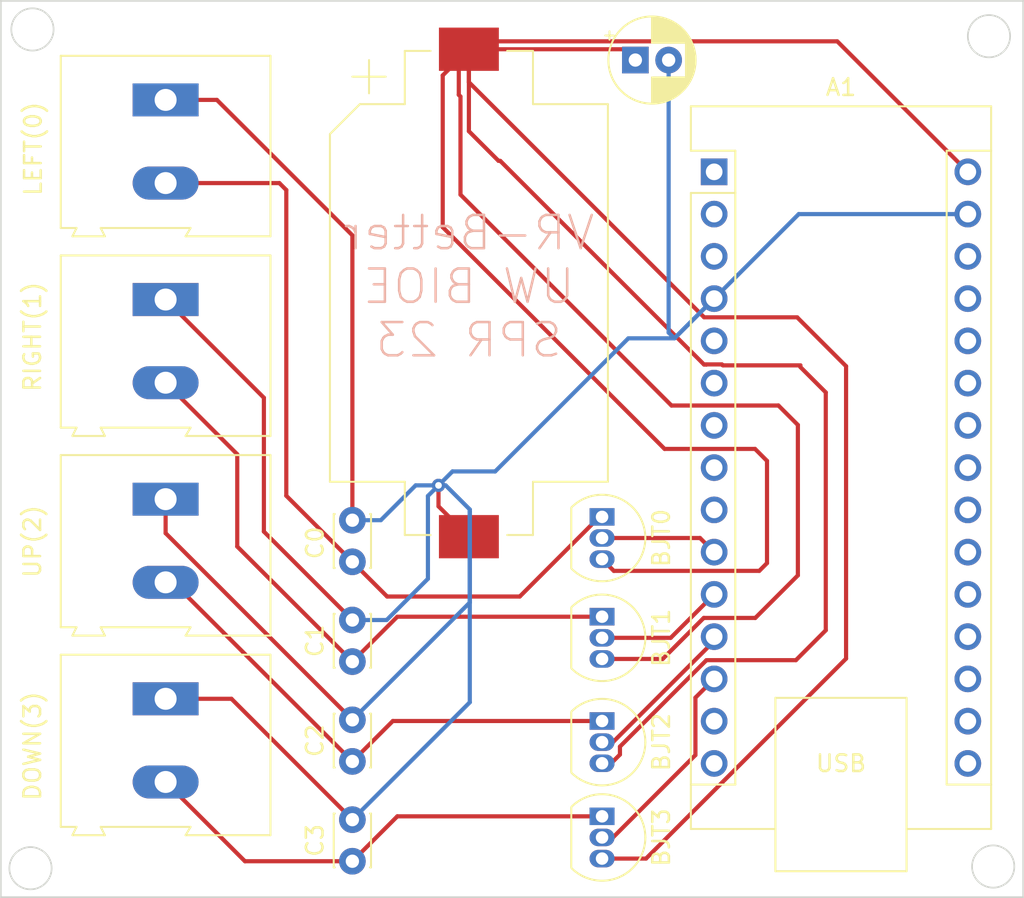
<source format=kicad_pcb>
(kicad_pcb (version 20221018) (generator pcbnew)
  (layers (0 "F.Cu" signal) (31 "B.Cu" signal) (34 "B.Paste" user) (35 "F.Paste" user) (36 "B.SilkS" user "B.Silkscreen") (37 "F.SilkS" user "F.Silkscreen") (38 "B.Mask" user) (39 "F.Mask" user) (44 "Edge.Cuts" user))
  (net 0 "")
  (net 4 "GND")
  (net 10 "Net-(A1-D7)")
  (net 11 "Net-(A1-D8)")
  (net 12 "Net-(A1-D9)")
  (net 13 "Net-(A1-D10)")
  (net 29 "Net-(A1-VIN)")
  (net 30 "Net-(BJT1-E)")
  (net 31 "Net-(BJT2-E)")
  (net 32 "Net-(BJT3-E)")
  (net 33 "Net-(BJT0-E)")
  (footprint "Package_TO_SOT_THT:TO-92_Inline" (layer "F.Cu") (at 87.22 129.3 -90)
    (fp_text reference "BJT0" (at 1.27 -3.56 90) (layer "F.SilkS"))
    (fp_text value "2N3904" hide)
    (fp_line (start -0.53 1.85) (end 3.07 1.85) (stroke (width 0.12)) (layer "F.SilkS"))
    (fp_arc (start -0.568478 1.838478) (mid -1.132087 -0.994977) (end 1.27 -2.6) (stroke (width 0.12)) (layer "F.SilkS"))
    (fp_arc (start 1.27 -2.6) (mid 3.672087 -0.994977) (end 3.108478 1.838478) (stroke (width 0.12)) (layer "F.SilkS"))
    (pad "1" thru_hole rect (at 0 0 270) (size 1.05 1.5) (drill 0.75) (layers "*.Cu" "*.Mask") (net 33 "Net-(BJT0-E)"))
    (pad "2" thru_hole oval (at 1.27 0 270) (size 1.05 1.5) (drill 0.75) (layers "*.Cu" "*.Mask") (net 10 "Net-(A1-D7)"))
    (pad "3" thru_hole oval (at 2.54 0 270) (size 1.05 1.5) (drill 0.75) (layers "*.Cu" "*.Mask") (net 29 "Net-(A1-VIN)"))
  )
  (footprint "Capacitor_THT:C_Disc_D3.0mm_W2.0mm_P2.50mm" (layer "F.Cu") (at 72.22 132 90)
    (fp_text reference "C0" (at 1.1392 -2.243 90) (layer "F.SilkS"))
    (fp_text value "0.1 uF" hide)
    (fp_line (start -0.37 -1.12) (end -0.37 -1.055) (stroke (width 0.12)) (layer "F.SilkS"))
    (fp_line (start -0.37 -1.12) (end 2.87 -1.12) (stroke (width 0.12)) (layer "F.SilkS"))
    (fp_line (start -0.37 1.055) (end -0.37 1.12) (stroke (width 0.12)) (layer "F.SilkS"))
    (fp_line (start -0.37 1.12) (end 2.87 1.12) (stroke (width 0.12)) (layer "F.SilkS"))
    (fp_line (start 2.87 -1.12) (end 2.87 -1.055) (stroke (width 0.12)) (layer "F.SilkS"))
    (fp_line (start 2.87 1.055) (end 2.87 1.12) (stroke (width 0.12)) (layer "F.SilkS"))
    (pad "1" thru_hole circle (at 0 0 90) (size 1.6 1.6) (drill 0.8) (layers "*.Cu" "*.Mask") (net 33 "Net-(BJT0-E)"))
    (pad "2" thru_hole circle (at 2.5 0 90) (size 1.6 1.6) (drill 0.8) (layers "*.Cu" "*.Mask") (net 4 "GND"))
  )
  (footprint "Capacitor_THT:CP_Radial_D5.0mm_P2.00mm" (layer "F.Cu") (at 89.22 101.84)
    (fp_text reference "C_Pow1" hide)
    (fp_text value "100 uF")
    (fp_line (start -1.804775 -1.475) (end -1.304775 -1.475) (stroke (width 0.12)) (layer "F.SilkS"))
    (fp_line (start -1.554775 -1.725) (end -1.554775 -1.225) (stroke (width 0.12)) (layer "F.SilkS"))
    (fp_line (start 1 -2.58) (end 1 -1.04) (stroke (width 0.12)) (layer "F.SilkS"))
    (fp_line (start 1 1.04) (end 1 2.58) (stroke (width 0.12)) (layer "F.SilkS"))
    (fp_line (start 1.04 -2.58) (end 1.04 -1.04) (stroke (width 0.12)) (layer "F.SilkS"))
    (fp_line (start 1.04 1.04) (end 1.04 2.58) (stroke (width 0.12)) (layer "F.SilkS"))
    (fp_line (start 1.08 -2.579) (end 1.08 -1.04) (stroke (width 0.12)) (layer "F.SilkS"))
    (fp_line (start 1.08 1.04) (end 1.08 2.579) (stroke (width 0.12)) (layer "F.SilkS"))
    (fp_line (start 1.12 -2.578) (end 1.12 -1.04) (stroke (width 0.12)) (layer "F.SilkS"))
    (fp_line (start 1.12 1.04) (end 1.12 2.578) (stroke (width 0.12)) (layer "F.SilkS"))
    (fp_line (start 1.16 -2.576) (end 1.16 -1.04) (stroke (width 0.12)) (layer "F.SilkS"))
    (fp_line (start 1.16 1.04) (end 1.16 2.576) (stroke (width 0.12)) (layer "F.SilkS"))
    (fp_line (start 1.2 -2.573) (end 1.2 -1.04) (stroke (width 0.12)) (layer "F.SilkS"))
    (fp_line (start 1.2 1.04) (end 1.2 2.573) (stroke (width 0.12)) (layer "F.SilkS"))
    (fp_line (start 1.24 -2.569) (end 1.24 -1.04) (stroke (width 0.12)) (layer "F.SilkS"))
    (fp_line (start 1.24 1.04) (end 1.24 2.569) (stroke (width 0.12)) (layer "F.SilkS"))
    (fp_line (start 1.28 -2.565) (end 1.28 -1.04) (stroke (width 0.12)) (layer "F.SilkS"))
    (fp_line (start 1.28 1.04) (end 1.28 2.565) (stroke (width 0.12)) (layer "F.SilkS"))
    (fp_line (start 1.32 -2.561) (end 1.32 -1.04) (stroke (width 0.12)) (layer "F.SilkS"))
    (fp_line (start 1.32 1.04) (end 1.32 2.561) (stroke (width 0.12)) (layer "F.SilkS"))
    (fp_line (start 1.36 -2.556) (end 1.36 -1.04) (stroke (width 0.12)) (layer "F.SilkS"))
    (fp_line (start 1.36 1.04) (end 1.36 2.556) (stroke (width 0.12)) (layer "F.SilkS"))
    (fp_line (start 1.4 -2.55) (end 1.4 -1.04) (stroke (width 0.12)) (layer "F.SilkS"))
    (fp_line (start 1.4 1.04) (end 1.4 2.55) (stroke (width 0.12)) (layer "F.SilkS"))
    (fp_line (start 1.44 -2.543) (end 1.44 -1.04) (stroke (width 0.12)) (layer "F.SilkS"))
    (fp_line (start 1.44 1.04) (end 1.44 2.543) (stroke (width 0.12)) (layer "F.SilkS"))
    (fp_line (start 1.48 -2.536) (end 1.48 -1.04) (stroke (width 0.12)) (layer "F.SilkS"))
    (fp_line (start 1.48 1.04) (end 1.48 2.536) (stroke (width 0.12)) (layer "F.SilkS"))
    (fp_line (start 1.52 -2.528) (end 1.52 -1.04) (stroke (width 0.12)) (layer "F.SilkS"))
    (fp_line (start 1.52 1.04) (end 1.52 2.528) (stroke (width 0.12)) (layer "F.SilkS"))
    (fp_line (start 1.56 -2.52) (end 1.56 -1.04) (stroke (width 0.12)) (layer "F.SilkS"))
    (fp_line (start 1.56 1.04) (end 1.56 2.52) (stroke (width 0.12)) (layer "F.SilkS"))
    (fp_line (start 1.6 -2.511) (end 1.6 -1.04) (stroke (width 0.12)) (layer "F.SilkS"))
    (fp_line (start 1.6 1.04) (end 1.6 2.511) (stroke (width 0.12)) (layer "F.SilkS"))
    (fp_line (start 1.64 -2.501) (end 1.64 -1.04) (stroke (width 0.12)) (layer "F.SilkS"))
    (fp_line (start 1.64 1.04) (end 1.64 2.501) (stroke (width 0.12)) (layer "F.SilkS"))
    (fp_line (start 1.68 -2.491) (end 1.68 -1.04) (stroke (width 0.12)) (layer "F.SilkS"))
    (fp_line (start 1.68 1.04) (end 1.68 2.491) (stroke (width 0.12)) (layer "F.SilkS"))
    (fp_line (start 1.721 -2.48) (end 1.721 -1.04) (stroke (width 0.12)) (layer "F.SilkS"))
    (fp_line (start 1.721 1.04) (end 1.721 2.48) (stroke (width 0.12)) (layer "F.SilkS"))
    (fp_line (start 1.761 -2.468) (end 1.761 -1.04) (stroke (width 0.12)) (layer "F.SilkS"))
    (fp_line (start 1.761 1.04) (end 1.761 2.468) (stroke (width 0.12)) (layer "F.SilkS"))
    (fp_line (start 1.801 -2.455) (end 1.801 -1.04) (stroke (width 0.12)) (layer "F.SilkS"))
    (fp_line (start 1.801 1.04) (end 1.801 2.455) (stroke (width 0.12)) (layer "F.SilkS"))
    (fp_line (start 1.841 -2.442) (end 1.841 -1.04) (stroke (width 0.12)) (layer "F.SilkS"))
    (fp_line (start 1.841 1.04) (end 1.841 2.442) (stroke (width 0.12)) (layer "F.SilkS"))
    (fp_line (start 1.881 -2.428) (end 1.881 -1.04) (stroke (width 0.12)) (layer "F.SilkS"))
    (fp_line (start 1.881 1.04) (end 1.881 2.428) (stroke (width 0.12)) (layer "F.SilkS"))
    (fp_line (start 1.921 -2.414) (end 1.921 -1.04) (stroke (width 0.12)) (layer "F.SilkS"))
    (fp_line (start 1.921 1.04) (end 1.921 2.414) (stroke (width 0.12)) (layer "F.SilkS"))
    (fp_line (start 1.961 -2.398) (end 1.961 -1.04) (stroke (width 0.12)) (layer "F.SilkS"))
    (fp_line (start 1.961 1.04) (end 1.961 2.398) (stroke (width 0.12)) (layer "F.SilkS"))
    (fp_line (start 2.001 -2.382) (end 2.001 -1.04) (stroke (width 0.12)) (layer "F.SilkS"))
    (fp_line (start 2.001 1.04) (end 2.001 2.382) (stroke (width 0.12)) (layer "F.SilkS"))
    (fp_line (start 2.041 -2.365) (end 2.041 -1.04) (stroke (width 0.12)) (layer "F.SilkS"))
    (fp_line (start 2.041 1.04) (end 2.041 2.365) (stroke (width 0.12)) (layer "F.SilkS"))
    (fp_line (start 2.081 -2.348) (end 2.081 -1.04) (stroke (width 0.12)) (layer "F.SilkS"))
    (fp_line (start 2.081 1.04) (end 2.081 2.348) (stroke (width 0.12)) (layer "F.SilkS"))
    (fp_line (start 2.121 -2.329) (end 2.121 -1.04) (stroke (width 0.12)) (layer "F.SilkS"))
    (fp_line (start 2.121 1.04) (end 2.121 2.329) (stroke (width 0.12)) (layer "F.SilkS"))
    (fp_line (start 2.161 -2.31) (end 2.161 -1.04) (stroke (width 0.12)) (layer "F.SilkS"))
    (fp_line (start 2.161 1.04) (end 2.161 2.31) (stroke (width 0.12)) (layer "F.SilkS"))
    (fp_line (start 2.201 -2.29) (end 2.201 -1.04) (stroke (width 0.12)) (layer "F.SilkS"))
    (fp_line (start 2.201 1.04) (end 2.201 2.29) (stroke (width 0.12)) (layer "F.SilkS"))
    (fp_line (start 2.241 -2.268) (end 2.241 -1.04) (stroke (width 0.12)) (layer "F.SilkS"))
    (fp_line (start 2.241 1.04) (end 2.241 2.268) (stroke (width 0.12)) (layer "F.SilkS"))
    (fp_line (start 2.281 -2.247) (end 2.281 -1.04) (stroke (width 0.12)) (layer "F.SilkS"))
    (fp_line (start 2.281 1.04) (end 2.281 2.247) (stroke (width 0.12)) (layer "F.SilkS"))
    (fp_line (start 2.321 -2.224) (end 2.321 -1.04) (stroke (width 0.12)) (layer "F.SilkS"))
    (fp_line (start 2.321 1.04) (end 2.321 2.224) (stroke (width 0.12)) (layer "F.SilkS"))
    (fp_line (start 2.361 -2.2) (end 2.361 -1.04) (stroke (width 0.12)) (layer "F.SilkS"))
    (fp_line (start 2.361 1.04) (end 2.361 2.2) (stroke (width 0.12)) (layer "F.SilkS"))
    (fp_line (start 2.401 -2.175) (end 2.401 -1.04) (stroke (width 0.12)) (layer "F.SilkS"))
    (fp_line (start 2.401 1.04) (end 2.401 2.175) (stroke (width 0.12)) (layer "F.SilkS"))
    (fp_line (start 2.441 -2.149) (end 2.441 -1.04) (stroke (width 0.12)) (layer "F.SilkS"))
    (fp_line (start 2.441 1.04) (end 2.441 2.149) (stroke (width 0.12)) (layer "F.SilkS"))
    (fp_line (start 2.481 -2.122) (end 2.481 -1.04) (stroke (width 0.12)) (layer "F.SilkS"))
    (fp_line (start 2.481 1.04) (end 2.481 2.122) (stroke (width 0.12)) (layer "F.SilkS"))
    (fp_line (start 2.521 -2.095) (end 2.521 -1.04) (stroke (width 0.12)) (layer "F.SilkS"))
    (fp_line (start 2.521 1.04) (end 2.521 2.095) (stroke (width 0.12)) (layer "F.SilkS"))
    (fp_line (start 2.561 -2.065) (end 2.561 -1.04) (stroke (width 0.12)) (layer "F.SilkS"))
    (fp_line (start 2.561 1.04) (end 2.561 2.065) (stroke (width 0.12)) (layer "F.SilkS"))
    (fp_line (start 2.601 -2.035) (end 2.601 -1.04) (stroke (width 0.12)) (layer "F.SilkS"))
    (fp_line (start 2.601 1.04) (end 2.601 2.035) (stroke (width 0.12)) (layer "F.SilkS"))
    (fp_line (start 2.641 -2.004) (end 2.641 -1.04) (stroke (width 0.12)) (layer "F.SilkS"))
    (fp_line (start 2.641 1.04) (end 2.641 2.004) (stroke (width 0.12)) (layer "F.SilkS"))
    (fp_line (start 2.681 -1.971) (end 2.681 -1.04) (stroke (width 0.12)) (layer "F.SilkS"))
    (fp_line (start 2.681 1.04) (end 2.681 1.971) (stroke (width 0.12)) (layer "F.SilkS"))
    (fp_line (start 2.721 -1.937) (end 2.721 -1.04) (stroke (width 0.12)) (layer "F.SilkS"))
    (fp_line (start 2.721 1.04) (end 2.721 1.937) (stroke (width 0.12)) (layer "F.SilkS"))
    (fp_line (start 2.761 -1.901) (end 2.761 -1.04) (stroke (width 0.12)) (layer "F.SilkS"))
    (fp_line (start 2.761 1.04) (end 2.761 1.901) (stroke (width 0.12)) (layer "F.SilkS"))
    (fp_line (start 2.801 -1.864) (end 2.801 -1.04) (stroke (width 0.12)) (layer "F.SilkS"))
    (fp_line (start 2.801 1.04) (end 2.801 1.864) (stroke (width 0.12)) (layer "F.SilkS"))
    (fp_line (start 2.841 -1.826) (end 2.841 -1.04) (stroke (width 0.12)) (layer "F.SilkS"))
    (fp_line (start 2.841 1.04) (end 2.841 1.826) (stroke (width 0.12)) (layer "F.SilkS"))
    (fp_line (start 2.881 -1.785) (end 2.881 -1.04) (stroke (width 0.12)) (layer "F.SilkS"))
    (fp_line (start 2.881 1.04) (end 2.881 1.785) (stroke (width 0.12)) (layer "F.SilkS"))
    (fp_line (start 2.921 -1.743) (end 2.921 -1.04) (stroke (width 0.12)) (layer "F.SilkS"))
    (fp_line (start 2.921 1.04) (end 2.921 1.743) (stroke (width 0.12)) (layer "F.SilkS"))
    (fp_line (start 2.961 -1.699) (end 2.961 -1.04) (stroke (width 0.12)) (layer "F.SilkS"))
    (fp_line (start 2.961 1.04) (end 2.961 1.699) (stroke (width 0.12)) (layer "F.SilkS"))
    (fp_line (start 3.001 -1.653) (end 3.001 -1.04) (stroke (width 0.12)) (layer "F.SilkS"))
    (fp_line (start 3.001 1.04) (end 3.001 1.653) (stroke (width 0.12)) (layer "F.SilkS"))
    (fp_line (start 3.041 -1.605) (end 3.041 1.605) (stroke (width 0.12)) (layer "F.SilkS"))
    (fp_line (start 3.081 -1.554) (end 3.081 1.554) (stroke (width 0.12)) (layer "F.SilkS"))
    (fp_line (start 3.121 -1.5) (end 3.121 1.5) (stroke (width 0.12)) (layer "F.SilkS"))
    (fp_line (start 3.161 -1.443) (end 3.161 1.443) (stroke (width 0.12)) (layer "F.SilkS"))
    (fp_line (start 3.201 -1.383) (end 3.201 1.383) (stroke (width 0.12)) (layer "F.SilkS"))
    (fp_line (start 3.241 -1.319) (end 3.241 1.319) (stroke (width 0.12)) (layer "F.SilkS"))
    (fp_line (start 3.281 -1.251) (end 3.281 1.251) (stroke (width 0.12)) (layer "F.SilkS"))
    (fp_line (start 3.321 -1.178) (end 3.321 1.178) (stroke (width 0.12)) (layer "F.SilkS"))
    (fp_line (start 3.361 -1.098) (end 3.361 1.098) (stroke (width 0.12)) (layer "F.SilkS"))
    (fp_line (start 3.401 -1.011) (end 3.401 1.011) (stroke (width 0.12)) (layer "F.SilkS"))
    (fp_line (start 3.441 -0.915) (end 3.441 0.915) (stroke (width 0.12)) (layer "F.SilkS"))
    (fp_line (start 3.481 -0.805) (end 3.481 0.805) (stroke (width 0.12)) (layer "F.SilkS"))
    (fp_line (start 3.521 -0.677) (end 3.521 0.677) (stroke (width 0.12)) (layer "F.SilkS"))
    (fp_line (start 3.561 -0.518) (end 3.561 0.518) (stroke (width 0.12)) (layer "F.SilkS"))
    (fp_line (start 3.601 -0.284) (end 3.601 0.284) (stroke (width 0.12)) (layer "F.SilkS"))
    (fp_circle (center 1 0) (end 3.62 0) (stroke (width 0.12)) (fill none) (layer "F.SilkS"))
    (pad "1" thru_hole rect (at 0 0) (size 1.6 1.6) (drill 0.8) (layers "*.Cu" "*.Mask") (net 29 "Net-(A1-VIN)"))
    (pad "2" thru_hole circle (at 2 0) (size 1.6 1.6) (drill 0.8) (layers "*.Cu" "*.Mask") (net 4 "GND"))
  )
  (footprint "TerminalBlock:TerminalBlock_Altech_AK300-2_P5.00mm" (layer "F.Cu") (at 61 140.235 -90)
    (fp_text reference "DOWN(3)" (at 2.84 8 90) (layer "F.SilkS"))
    (fp_text value "Screw_Terminal_01x02" hide)
    (fp_line (start -2.65 -6.3) (end -2.65 6.3) (stroke (width 0.12)) (layer "F.SilkS"))
    (fp_line (start -2.65 6.3) (end 7.7 6.3) (stroke (width 0.12)) (layer "F.SilkS"))
    (fp_line (start 7.7 -1.5) (end 8.2 -1.2) (stroke (width 0.12)) (layer "F.SilkS"))
    (fp_line (start 7.7 3.9) (end 7.7 -1.5) (stroke (width 0.12)) (layer "F.SilkS"))
    (fp_line (start 7.7 5.35) (end 8.2 5.6) (stroke (width 0.12)) (layer "F.SilkS"))
    (fp_line (start 7.7 6.3) (end 7.7 5.35) (stroke (width 0.12)) (layer "F.SilkS"))
    (fp_line (start 8.2 -6.3) (end -2.65 -6.3) (stroke (width 0.12)) (layer "F.SilkS"))
    (fp_line (start 8.2 -1.2) (end 8.2 -6.3) (stroke (width 0.12)) (layer "F.SilkS"))
    (fp_line (start 8.2 3.65) (end 7.7 3.9) (stroke (width 0.12)) (layer "F.SilkS"))
    (fp_line (start 8.2 3.7) (end 8.2 3.65) (stroke (width 0.12)) (layer "F.SilkS"))
    (fp_line (start 8.2 5.6) (end 8.2 3.7) (stroke (width 0.12)) (layer "F.SilkS"))
    (pad "1" thru_hole rect (at 0 0 270) (size 1.98 3.96) (drill 1.32) (layers "*.Cu" "*.Mask") (net 4 "GND"))
    (pad "2" thru_hole oval (at 5 0 270) (size 1.98 3.96) (drill 1.32) (layers "*.Cu" "*.Mask") (net 32 "Net-(BJT3-E)"))
  )
  (footprint "Package_TO_SOT_THT:TO-92_Inline" (layer "F.Cu") (at 87.22 141.57 -90)
    (fp_text reference "BJT2" (at 1.27 -3.56 90) (layer "F.SilkS"))
    (fp_text value "2N3904" hide)
    (fp_line (start -0.53 1.85) (end 3.07 1.85) (stroke (width 0.12)) (layer "F.SilkS"))
    (fp_arc (start -0.568478 1.838478) (mid -1.132087 -0.994977) (end 1.27 -2.6) (stroke (width 0.12)) (layer "F.SilkS"))
    (fp_arc (start 1.27 -2.6) (mid 3.672087 -0.994977) (end 3.108478 1.838478) (stroke (width 0.12)) (layer "F.SilkS"))
    (pad "1" thru_hole rect (at 0 0 270) (size 1.05 1.5) (drill 0.75) (layers "*.Cu" "*.Mask") (net 31 "Net-(BJT2-E)"))
    (pad "2" thru_hole oval (at 1.27 0 270) (size 1.05 1.5) (drill 0.75) (layers "*.Cu" "*.Mask") (net 12 "Net-(A1-D9)"))
    (pad "3" thru_hole oval (at 2.54 0 270) (size 1.05 1.5) (drill 0.75) (layers "*.Cu" "*.Mask") (net 29 "Net-(A1-VIN)"))
  )
  (footprint "Battery:BatteryHolder_Keystone_1060_1x2032" (layer "F.Cu") (at 79.22 115.84 -90)
    (fp_text reference "BT1" hide)
    (fp_text value "Battery_Cell" hide)
    (fp_line (start -14.55 -3.85) (end -14.55 -2.3) (stroke (width 0.12)) (layer "F.SilkS"))
    (fp_line (start -14.55 3.85) (end -14.55 2.3) (stroke (width 0.12)) (layer "F.SilkS"))
    (fp_line (start -13 5) (end -13 7) (stroke (width 0.12)) (layer "F.SilkS"))
    (fp_line (start -12 6) (end -14 6) (stroke (width 0.12)) (layer "F.SilkS"))
    (fp_line (start -11.35 -8.35) (end -11.35 -3.85) (stroke (width 0.12)) (layer "F.SilkS"))
    (fp_line (start -11.35 -8.35) (end 11.35 -8.35) (stroke (width 0.12)) (layer "F.SilkS"))
    (fp_line (start -11.35 -3.85) (end -14.55 -3.85) (stroke (width 0.12)) (layer "F.SilkS"))
    (fp_line (start -11.35 3.85) (end -14.55 3.85) (stroke (width 0.12)) (layer "F.SilkS"))
    (fp_line (start -11.35 6.55) (end -11.35 3.85) (stroke (width 0.12)) (layer "F.SilkS"))
    (fp_line (start -9.55 8.35) (end -11.35 6.55) (stroke (width 0.12)) (layer "F.SilkS"))
    (fp_line (start 11.35 -8.35) (end 11.35 -3.85) (stroke (width 0.12)) (layer "F.SilkS"))
    (fp_line (start 11.35 -3.85) (end 14.55 -3.85) (stroke (width 0.12)) (layer "F.SilkS"))
    (fp_line (start 11.35 3.85) (end 14.55 3.85) (stroke (width 0.12)) (layer "F.SilkS"))
    (fp_line (start 11.35 8.35) (end -9.55 8.35) (stroke (width 0.12)) (layer "F.SilkS"))
    (fp_line (start 11.35 8.35) (end 11.35 3.85) (stroke (width 0.12)) (layer "F.SilkS"))
    (fp_line (start 14.55 -3.85) (end 14.55 -2.3) (stroke (width 0.12)) (layer "F.SilkS"))
    (fp_line (start 14.55 3.85) (end 14.55 2.3) (stroke (width 0.12)) (layer "F.SilkS"))
    (pad "1" smd rect (at -14.65 0 90) (size 2.6 3.6) (layers "F.Cu" "F.Paste" "F.Mask") (net 29 "Net-(A1-VIN)"))
    (pad "2" smd rect (at 14.65 0 90) (size 2.6 3.6) (layers "F.Cu" "F.Paste" "F.Mask") (net 4 "GND"))
  )
  (footprint "Package_TO_SOT_THT:TO-92_Inline" (layer "F.Cu") (at 87.22 147.3 -90)
    (fp_text reference "BJT3" (at 1.27 -3.56 90) (layer "F.SilkS"))
    (fp_text value "2N3904")
    (fp_line (start -0.53 1.85) (end 3.07 1.85) (stroke (width 0.12)) (layer "F.SilkS"))
    (fp_arc (start -0.568478 1.838478) (mid -1.132087 -0.994977) (end 1.27 -2.6) (stroke (width 0.12)) (layer "F.SilkS"))
    (fp_arc (start 1.27 -2.6) (mid 3.672087 -0.994977) (end 3.108478 1.838478) (stroke (width 0.12)) (layer "F.SilkS"))
    (pad "1" thru_hole rect (at 0 0 270) (size 1.05 1.5) (drill 0.75) (layers "*.Cu" "*.Mask") (net 32 "Net-(BJT3-E)"))
    (pad "2" thru_hole oval (at 1.27 0 270) (size 1.05 1.5) (drill 0.75) (layers "*.Cu" "*.Mask") (net 13 "Net-(A1-D10)"))
    (pad "3" thru_hole oval (at 2.54 0 270) (size 1.05 1.5) (drill 0.75) (layers "*.Cu" "*.Mask") (net 29 "Net-(A1-VIN)"))
  )
  (footprint "TerminalBlock:TerminalBlock_Altech_AK300-2_P5.00mm" (layer "F.Cu") (at 61 104.235 -90)
    (fp_text reference "LEFT(0)" (at 2.94 7.96 -90) (layer "F.SilkS"))
    (fp_text value "Screw_Terminal_01x02" hide)
    (fp_line (start -2.65 -6.3) (end -2.65 6.3) (stroke (width 0.12)) (layer "F.SilkS"))
    (fp_line (start -2.65 6.3) (end 7.7 6.3) (stroke (width 0.12)) (layer "F.SilkS"))
    (fp_line (start 7.7 -1.5) (end 8.2 -1.2) (stroke (width 0.12)) (layer "F.SilkS"))
    (fp_line (start 7.7 3.9) (end 7.7 -1.5) (stroke (width 0.12)) (layer "F.SilkS"))
    (fp_line (start 7.7 5.35) (end 8.2 5.6) (stroke (width 0.12)) (layer "F.SilkS"))
    (fp_line (start 7.7 6.3) (end 7.7 5.35) (stroke (width 0.12)) (layer "F.SilkS"))
    (fp_line (start 8.2 -6.3) (end -2.65 -6.3) (stroke (width 0.12)) (layer "F.SilkS"))
    (fp_line (start 8.2 -1.2) (end 8.2 -6.3) (stroke (width 0.12)) (layer "F.SilkS"))
    (fp_line (start 8.2 3.65) (end 7.7 3.9) (stroke (width 0.12)) (layer "F.SilkS"))
    (fp_line (start 8.2 3.7) (end 8.2 3.65) (stroke (width 0.12)) (layer "F.SilkS"))
    (fp_line (start 8.2 5.6) (end 8.2 3.7) (stroke (width 0.12)) (layer "F.SilkS"))
    (pad "1" thru_hole rect (at 0 0 270) (size 1.98 3.96) (drill 1.32) (layers "*.Cu" "*.Mask") (net 4 "GND"))
    (pad "2" thru_hole oval (at 5 0 270) (size 1.98 3.96) (drill 1.32) (layers "*.Cu" "*.Mask") (net 33 "Net-(BJT0-E)"))
  )
  (footprint "TerminalBlock:TerminalBlock_Altech_AK300-2_P5.00mm" (layer "F.Cu") (at 61 116.235 -90)
    (fp_text reference "RIGHT(1)" (at 2.24 8 90) (layer "F.SilkS"))
    (fp_text value "Screw_Terminal_01x02" hide)
    (fp_line (start -2.65 -6.3) (end -2.65 6.3) (stroke (width 0.12)) (layer "F.SilkS"))
    (fp_line (start -2.65 6.3) (end 7.7 6.3) (stroke (width 0.12)) (layer "F.SilkS"))
    (fp_line (start 7.7 -1.5) (end 8.2 -1.2) (stroke (width 0.12)) (layer "F.SilkS"))
    (fp_line (start 7.7 3.9) (end 7.7 -1.5) (stroke (width 0.12)) (layer "F.SilkS"))
    (fp_line (start 7.7 5.35) (end 8.2 5.6) (stroke (width 0.12)) (layer "F.SilkS"))
    (fp_line (start 7.7 6.3) (end 7.7 5.35) (stroke (width 0.12)) (layer "F.SilkS"))
    (fp_line (start 8.2 -6.3) (end -2.65 -6.3) (stroke (width 0.12)) (layer "F.SilkS"))
    (fp_line (start 8.2 -1.2) (end 8.2 -6.3) (stroke (width 0.12)) (layer "F.SilkS"))
    (fp_line (start 8.2 3.65) (end 7.7 3.9) (stroke (width 0.12)) (layer "F.SilkS"))
    (fp_line (start 8.2 3.7) (end 8.2 3.65) (stroke (width 0.12)) (layer "F.SilkS"))
    (fp_line (start 8.2 5.6) (end 8.2 3.7) (stroke (width 0.12)) (layer "F.SilkS"))
    (pad "1" thru_hole rect (at 0 0 270) (size 1.98 3.96) (drill 1.32) (layers "*.Cu" "*.Mask") (net 4 "GND"))
    (pad "2" thru_hole oval (at 5 0 270) (size 1.98 3.96) (drill 1.32) (layers "*.Cu" "*.Mask") (net 30 "Net-(BJT1-E)"))
  )
  (footprint "Capacitor_THT:C_Disc_D3.0mm_W2.0mm_P2.50mm" (layer "F.Cu") (at 72.22 150 90)
    (fp_text reference "C3" (at 1.25 -2.25 90) (layer "F.SilkS"))
    (fp_text value "0.1 uF")
    (fp_line (start -0.37 -1.12) (end -0.37 -1.055) (stroke (width 0.12)) (layer "F.SilkS"))
    (fp_line (start -0.37 -1.12) (end 2.87 -1.12) (stroke (width 0.12)) (layer "F.SilkS"))
    (fp_line (start -0.37 1.055) (end -0.37 1.12) (stroke (width 0.12)) (layer "F.SilkS"))
    (fp_line (start -0.37 1.12) (end 2.87 1.12) (stroke (width 0.12)) (layer "F.SilkS"))
    (fp_line (start 2.87 -1.12) (end 2.87 -1.055) (stroke (width 0.12)) (layer "F.SilkS"))
    (fp_line (start 2.87 1.055) (end 2.87 1.12) (stroke (width 0.12)) (layer "F.SilkS"))
    (pad "1" thru_hole circle (at 0 0 90) (size 1.6 1.6) (drill 0.8) (layers "*.Cu" "*.Mask") (net 32 "Net-(BJT3-E)"))
    (pad "2" thru_hole circle (at 2.5 0 90) (size 1.6 1.6) (drill 0.8) (layers "*.Cu" "*.Mask") (net 4 "GND"))
  )
  (footprint "Capacitor_THT:C_Disc_D3.0mm_W2.0mm_P2.50mm" (layer "F.Cu") (at 72.22 144 90)
    (fp_text reference "C2" (at 1.25 -2.25 90) (layer "F.SilkS"))
    (fp_text value "0.1 uF" hide)
    (fp_line (start -0.37 -1.12) (end -0.37 -1.055) (stroke (width 0.12)) (layer "F.SilkS"))
    (fp_line (start -0.37 -1.12) (end 2.87 -1.12) (stroke (width 0.12)) (layer "F.SilkS"))
    (fp_line (start -0.37 1.055) (end -0.37 1.12) (stroke (width 0.12)) (layer "F.SilkS"))
    (fp_line (start -0.37 1.12) (end 2.87 1.12) (stroke (width 0.12)) (layer "F.SilkS"))
    (fp_line (start 2.87 -1.12) (end 2.87 -1.055) (stroke (width 0.12)) (layer "F.SilkS"))
    (fp_line (start 2.87 1.055) (end 2.87 1.12) (stroke (width 0.12)) (layer "F.SilkS"))
    (pad "1" thru_hole circle (at 0 0 90) (size 1.6 1.6) (drill 0.8) (layers "*.Cu" "*.Mask") (net 31 "Net-(BJT2-E)"))
    (pad "2" thru_hole circle (at 2.5 0 90) (size 1.6 1.6) (drill 0.8) (layers "*.Cu" "*.Mask") (net 4 "GND"))
  )
  (footprint "Module:Arduino_Nano" (layer "F.Cu") (at 93.9546 108.5596)
    (fp_text reference "A1" (at 7.62 -5.08) (layer "F.SilkS"))
    (fp_text value "Arduino_Nano_v3.x")
    (fp_text user "USB" (at 7.62 35.56 unlocked) (layer "F.SilkS"))
    (fp_line (start -1.4 -3.94) (end -1.4 -1.27) (stroke (width 0.12)) (layer "F.SilkS"))
    (fp_line (start -1.4 1.27) (end -1.4 39.5) (stroke (width 0.12)) (layer "F.SilkS"))
    (fp_line (start -1.4 39.5) (end 3.68 39.5) (stroke (width 0.12)) (layer "F.SilkS"))
    (fp_line (start 1.27 -1.27) (end -1.4 -1.27) (stroke (width 0.12)) (layer "F.SilkS"))
    (fp_line (start 1.27 1.27) (end -1.4 1.27) (stroke (width 0.12)) (layer "F.SilkS"))
    (fp_line (start 1.27 1.27) (end 1.27 -1.27) (stroke (width 0.12)) (layer "F.SilkS"))
    (fp_line (start 1.27 1.27) (end 1.27 36.83) (stroke (width 0.12)) (layer "F.SilkS"))
    (fp_line (start 1.27 36.83) (end -1.4 36.83) (stroke (width 0.12)) (layer "F.SilkS"))
    (fp_line (start 3.68 31.62) (end 11.56 31.62) (stroke (width 0.12)) (layer "F.SilkS"))
    (fp_line (start 3.68 42.04) (end 3.68 31.62) (stroke (width 0.12)) (layer "F.SilkS"))
    (fp_line (start 11.56 31.62) (end 11.56 42.04) (stroke (width 0.12)) (layer "F.SilkS"))
    (fp_line (start 11.56 42.04) (end 3.68 42.04) (stroke (width 0.12)) (layer "F.SilkS"))
    (fp_line (start 13.97 -1.27) (end 13.97 36.83) (stroke (width 0.12)) (layer "F.SilkS"))
    (fp_line (start 13.97 -1.27) (end 16.64 -1.27) (stroke (width 0.12)) (layer "F.SilkS"))
    (fp_line (start 13.97 36.83) (end 16.64 36.83) (stroke (width 0.12)) (layer "F.SilkS"))
    (fp_line (start 16.64 -3.94) (end -1.4 -3.94) (stroke (width 0.12)) (layer "F.SilkS"))
    (fp_line (start 16.64 39.5) (end 11.56 39.5) (stroke (width 0.12)) (layer "F.SilkS"))
    (fp_line (start 16.64 39.5) (end 16.64 -3.94) (stroke (width 0.12)) (layer "F.SilkS"))
    (pad "1" thru_hole rect (at 0 0) (size 1.6 1.6) (drill 1) (layers "*.Cu" "*.Mask"))
    (pad "2" thru_hole oval (at 0 2.54) (size 1.6 1.6) (drill 1) (layers "*.Cu" "*.Mask"))
    (pad "3" thru_hole oval (at 0 5.08) (size 1.6 1.6) (drill 1) (layers "*.Cu" "*.Mask"))
    (pad "4" thru_hole oval (at 0 7.62) (size 1.6 1.6) (drill 1) (layers "*.Cu" "*.Mask") (net 4 "GND"))
    (pad "5" thru_hole oval (at 0 10.16) (size 1.6 1.6) (drill 1) (layers "*.Cu" "*.Mask"))
    (pad "6" thru_hole oval (at 0 12.7) (size 1.6 1.6) (drill 1) (layers "*.Cu" "*.Mask"))
    (pad "7" thru_hole oval (at 0 15.24) (size 1.6 1.6) (drill 1) (layers "*.Cu" "*.Mask"))
    (pad "8" thru_hole oval (at 0 17.78) (size 1.6 1.6) (drill 1) (layers "*.Cu" "*.Mask"))
    (pad "9" thru_hole oval (at 0 20.32) (size 1.6 1.6) (drill 1) (layers "*.Cu" "*.Mask"))
    (pad "10" thru_hole oval (at 0 22.86) (size 1.6 1.6) (drill 1) (layers "*.Cu" "*.Mask") (net 10 "Net-(A1-D7)"))
    (pad "11" thru_hole oval (at 0 25.4) (size 1.6 1.6) (drill 1) (layers "*.Cu" "*.Mask") (net 11 "Net-(A1-D8)"))
    (pad "12" thru_hole oval (at 0 27.94) (size 1.6 1.6) (drill 1) (layers "*.Cu" "*.Mask") (net 12 "Net-(A1-D9)"))
    (pad "13" thru_hole oval (at 0 30.48) (size 1.6 1.6) (drill 1) (layers "*.Cu" "*.Mask") (net 13 "Net-(A1-D10)"))
    (pad "14" thru_hole oval (at 0 33.02) (size 1.6 1.6) (drill 1) (layers "*.Cu" "*.Mask"))
    (pad "15" thru_hole oval (at 0 35.56) (size 1.6 1.6) (drill 1) (layers "*.Cu" "*.Mask"))
    (pad "16" thru_hole oval (at 15.24 35.56) (size 1.6 1.6) (drill 1) (layers "*.Cu" "*.Mask"))
    (pad "17" thru_hole oval (at 15.24 33.02) (size 1.6 1.6) (drill 1) (layers "*.Cu" "*.Mask"))
    (pad "18" thru_hole oval (at 15.24 30.48) (size 1.6 1.6) (drill 1) (layers "*.Cu" "*.Mask"))
    (pad "19" thru_hole oval (at 15.24 27.94) (size 1.6 1.6) (drill 1) (layers "*.Cu" "*.Mask"))
    (pad "20" thru_hole oval (at 15.24 25.4) (size 1.6 1.6) (drill 1) (layers "*.Cu" "*.Mask"))
    (pad "21" thru_hole oval (at 15.24 22.86) (size 1.6 1.6) (drill 1) (layers "*.Cu" "*.Mask"))
    (pad "22" thru_hole oval (at 15.24 20.32) (size 1.6 1.6) (drill 1) (layers "*.Cu" "*.Mask"))
    (pad "23" thru_hole oval (at 15.24 17.78) (size 1.6 1.6) (drill 1) (layers "*.Cu" "*.Mask"))
    (pad "24" thru_hole oval (at 15.24 15.24) (size 1.6 1.6) (drill 1) (layers "*.Cu" "*.Mask"))
    (pad "25" thru_hole oval (at 15.24 12.7) (size 1.6 1.6) (drill 1) (layers "*.Cu" "*.Mask"))
    (pad "26" thru_hole oval (at 15.24 10.16) (size 1.6 1.6) (drill 1) (layers "*.Cu" "*.Mask"))
    (pad "27" thru_hole oval (at 15.24 7.62) (size 1.6 1.6) (drill 1) (layers "*.Cu" "*.Mask"))
    (pad "28" thru_hole oval (at 15.24 5.08) (size 1.6 1.6) (drill 1) (layers "*.Cu" "*.Mask"))
    (pad "29" thru_hole oval (at 15.24 2.54) (size 1.6 1.6) (drill 1) (layers "*.Cu" "*.Mask") (net 4 "GND"))
    (pad "30" thru_hole oval (at 15.24 0) (size 1.6 1.6) (drill 1) (layers "*.Cu" "*.Mask") (net 29 "Net-(A1-VIN)"))
  )
  (footprint "TerminalBlock:TerminalBlock_Altech_AK300-2_P5.00mm" (layer "F.Cu") (at 61 128.235 -90)
    (fp_text reference "UP(2)" (at 2.54 8 90) (layer "F.SilkS"))
    (fp_text value "Screw_Terminal_01x02" hide)
    (fp_line (start -2.65 -6.3) (end -2.65 6.3) (stroke (width 0.12)) (layer "F.SilkS"))
    (fp_line (start -2.65 6.3) (end 7.7 6.3) (stroke (width 0.12)) (layer "F.SilkS"))
    (fp_line (start 7.7 -1.5) (end 8.2 -1.2) (stroke (width 0.12)) (layer "F.SilkS"))
    (fp_line (start 7.7 3.9) (end 7.7 -1.5) (stroke (width 0.12)) (layer "F.SilkS"))
    (fp_line (start 7.7 5.35) (end 8.2 5.6) (stroke (width 0.12)) (layer "F.SilkS"))
    (fp_line (start 7.7 6.3) (end 7.7 5.35) (stroke (width 0.12)) (layer "F.SilkS"))
    (fp_line (start 8.2 -6.3) (end -2.65 -6.3) (stroke (width 0.12)) (layer "F.SilkS"))
    (fp_line (start 8.2 -1.2) (end 8.2 -6.3) (stroke (width 0.12)) (layer "F.SilkS"))
    (fp_line (start 8.2 3.65) (end 7.7 3.9) (stroke (width 0.12)) (layer "F.SilkS"))
    (fp_line (start 8.2 3.7) (end 8.2 3.65) (stroke (width 0.12)) (layer "F.SilkS"))
    (fp_line (start 8.2 5.6) (end 8.2 3.7) (stroke (width 0.12)) (layer "F.SilkS"))
    (pad "1" thru_hole rect (at 0 0 270) (size 1.98 3.96) (drill 1.32) (layers "*.Cu" "*.Mask") (net 4 "GND"))
    (pad "2" thru_hole oval (at 5 0 270) (size 1.98 3.96) (drill 1.32) (layers "*.Cu" "*.Mask") (net 31 "Net-(BJT2-E)"))
  )
  (footprint "Capacitor_THT:C_Disc_D3.0mm_W2.0mm_P2.50mm" (layer "F.Cu") (at 72.22 138 90)
    (fp_text reference "C1" (at 1.25 -2.25 90) (layer "F.SilkS"))
    (fp_text value "0.1 uF" hide)
    (fp_line (start -0.37 -1.12) (end -0.37 -1.055) (stroke (width 0.12)) (layer "F.SilkS"))
    (fp_line (start -0.37 -1.12) (end 2.87 -1.12) (stroke (width 0.12)) (layer "F.SilkS"))
    (fp_line (start -0.37 1.055) (end -0.37 1.12) (stroke (width 0.12)) (layer "F.SilkS"))
    (fp_line (start -0.37 1.12) (end 2.87 1.12) (stroke (width 0.12)) (layer "F.SilkS"))
    (fp_line (start 2.87 -1.12) (end 2.87 -1.055) (stroke (width 0.12)) (layer "F.SilkS"))
    (fp_line (start 2.87 1.055) (end 2.87 1.12) (stroke (width 0.12)) (layer "F.SilkS"))
    (pad "1" thru_hole circle (at 0 0 90) (size 1.6 1.6) (drill 0.8) (layers "*.Cu" "*.Mask") (net 30 "Net-(BJT1-E)"))
    (pad "2" thru_hole circle (at 2.5 0 90) (size 1.6 1.6) (drill 0.8) (layers "*.Cu" "*.Mask") (net 4 "GND"))
  )
  (footprint "Package_TO_SOT_THT:TO-92_Inline" (layer "F.Cu") (at 87.22 135.3 -90)
    (fp_text reference "BJT1" (at 1.27 -3.56 90) (layer "F.SilkS"))
    (fp_text value "2N3904" hide)
    (fp_line (start -0.53 1.85) (end 3.07 1.85) (stroke (width 0.12)) (layer "F.SilkS"))
    (fp_arc (start -0.568478 1.838478) (mid -1.132087 -0.994977) (end 1.27 -2.6) (stroke (width 0.12)) (layer "F.SilkS"))
    (fp_arc (start 1.27 -2.6) (mid 3.672087 -0.994977) (end 3.108478 1.838478) (stroke (width 0.12)) (layer "F.SilkS"))
    (pad "1" thru_hole rect (at 0 0 270) (size 1.05 1.5) (drill 0.75) (layers "*.Cu" "*.Mask") (net 30 "Net-(BJT1-E)"))
    (pad "2" thru_hole oval (at 1.27 0 270) (size 1.05 1.5) (drill 0.75) (layers "*.Cu" "*.Mask") (net 11 "Net-(A1-D8)"))
    (pad "3" thru_hole oval (at 2.54 0 270) (size 1.05 1.5) (drill 0.75) (layers "*.Cu" "*.Mask") (net 29 "Net-(A1-VIN)"))
  )
  (gr_circle (center 53 100) (end 54.069728 99.3142) (stroke (width 0.1)) (fill none) (layer "Edge.Cuts"))
  (gr_rect (start 51.1 98.28) (end 112.52 152.16) (stroke (width 0.1)) (fill none) (layer "Edge.Cuts"))
  (gr_circle (center 110.4646 100.4062) (end 111.534328 99.7204) (stroke (width 0.1)) (fill none) (layer "Edge.Cuts"))
  (gr_circle (center 110.7186 150.3172) (end 111.788328 149.6314) (stroke (width 0.1)) (fill none) (layer "Edge.Cuts"))
  (gr_circle (center 52.8828 150.4188) (end 53.952528 149.733) (stroke (width 0.1)) (fill none) (layer "Edge.Cuts"))
  (gr_text "VR-Better\nUW BIOE\nSPR 23" (at 79.22 119.84) (layer "B.SilkS") (effects (font (size 2 2)) (justify bottom mirror)))
  (segment (start 61 128.235) (end 61 130.28) (width 0.25) (layer "F.Cu") (net 4))
  (segment (start 66.9036 130.1836) (end 66.9036 122.1386) (width 0.25) (layer "F.Cu") (net 4))
  (segment (start 66.9036 122.1386) (end 61 116.235) (width 0.25) (layer "F.Cu") (net 4))
  (segment (start 77.3938 128.6638) (end 79.22 130.49) (width 0.25) (layer "F.Cu") (net 4))
  (segment (start 72.22 135.5) (end 66.9036 130.1836) (width 0.25) (layer "F.Cu") (net 4))
  (segment (start 61 140.235) (end 64.955 140.235) (width 0.25) (layer "F.Cu") (net 4))
  (segment (start 77.3938 127.4064) (end 77.3938 128.6638) (width 0.25) (layer "F.Cu") (net 4))
  (segment (start 72.22 112.375) (end 64.08 104.235) (width 0.25) (layer "F.Cu") (net 4))
  (segment (start 64.08 104.235) (end 61 104.235) (width 0.25) (layer "F.Cu") (net 4))
  (segment (start 64.955 140.235) (end 72.22 147.5) (width 0.25) (layer "F.Cu") (net 4))
  (segment (start 61 130.28) (end 72.22 141.5) (width 0.25) (layer "F.Cu") (net 4))
  (segment (start 72.22 129.5) (end 72.22 112.375) (width 0.25) (layer "F.Cu") (net 4))
  (via (at 77.3938 127.4064) (size 0.8) (drill 0.4) (layers "F.Cu" "B.Cu") (net 4))
  (segment (start 77.3938 127.4064) (end 76.0222 127.4064) (width 0.25) (layer "B.Cu") (net 4))
  (segment (start 72.22 135.5) (end 74.2786 135.5) (width 0.25) (layer "B.Cu") (net 4))
  (segment (start 79.2734 140.4466) (end 72.22 147.5) (width 0.25) (layer "B.Cu") (net 4))
  (segment (start 88.7984 118.5672) (end 91.567 118.5672) (width 0.25) (layer "B.Cu") (net 4))
  (segment (start 91.22 101.84) (end 91.22 118.2202) (width 0.25) (layer "B.Cu") (net 4))
  (segment (start 91.567 118.5672) (end 91.6432 118.491) (width 0.25) (layer "B.Cu") (net 4))
  (segment (start 77.3938 127.4064) (end 78.232 126.5682) (width 0.25) (layer "B.Cu") (net 4))
  (segment (start 72.22 129.5) (end 73.9286 129.5) (width 0.25) (layer "B.Cu") (net 4))
  (segment (start 79.2734 128.9812) (end 79.2734 140.4466) (width 0.25) (layer "B.Cu") (net 4))
  (segment (start 77.3938 127.4064) (end 76.7588 128.0414) (width 0.25) (layer "B.Cu") (net 4))
  (segment (start 79.2734 128.9812) (end 79.2734 134.4466) (width 0.25) (layer "B.Cu") (net 4))
  (segment (start 79.2734 128.8542) (end 79.2734 128.9812) (width 0.25) (layer "B.Cu") (net 4))
  (segment (start 76.7588 133.0198) (end 74.2786 135.5) (width 0.25) (layer "B.Cu") (net 4))
  (segment (start 76.7588 128.0414) (end 76.7588 133.0198) (width 0.25) (layer "B.Cu") (net 4))
  (segment (start 73.9286 129.5) (end 76.0222 127.4064) (width 0.25) (layer "B.Cu") (net 4))
  (segment (start 77.3938 127.4064) (end 77.8256 127.4064) (width 0.25) (layer "B.Cu") (net 4))
  (segment (start 78.232 126.5682) (end 80.7974 126.5682) (width 0.25) (layer "B.Cu") (net 4))
  (segment (start 91.22 118.2202) (end 91.567 118.5672) (width 0.25) (layer "B.Cu") (net 4))
  (segment (start 77.8256 127.4064) (end 79.2734 128.8542) (width 0.25) (layer "B.Cu") (net 4))
  (segment (start 80.7974 126.5682) (end 88.7984 118.5672) (width 0.25) (layer "B.Cu") (net 4))
  (segment (start 91.6432 118.491) (end 93.9546 116.1796) (width 0.25) (layer "B.Cu") (net 4))
  (segment (start 99.0346 111.0996) (end 109.1946 111.0996) (width 0.25) (layer "B.Cu") (net 4))
  (segment (start 91.6432 118.491) (end 99.0346 111.0996) (width 0.25) (layer "B.Cu") (net 4))
  (segment (start 79.2734 134.4466) (end 72.22 141.5) (width 0.25) (layer "B.Cu") (net 4))
  (segment (start 87.22 130.57) (end 93.105 130.57) (width 0.25) (layer "F.Cu") (net 10))
  (segment (start 93.105 130.57) (end 93.9546 131.4196) (width 0.25) (layer "F.Cu") (net 10))
  (segment (start 87.22 136.57) (end 91.3442 136.57) (width 0.25) (layer "F.Cu") (net 11))
  (segment (start 91.3442 136.57) (end 93.9546 133.9596) (width 0.25) (layer "F.Cu") (net 11))
  (segment (start 87.22 142.84) (end 87.875 142.84) (width 0.25) (layer "F.Cu") (net 12))
  (segment (start 93.9546 136.7604) (end 93.9546 136.4996) (width 0.25) (layer "F.Cu") (net 12))
  (segment (start 87.875 142.84) (end 93.9546 136.7604) (width 0.25) (layer "F.Cu") (net 12))
  (segment (start 92.8296 140.1646) (end 93.9546 139.0396) (width 0.25) (layer "F.Cu") (net 13))
  (segment (start 92.8296 143.6154) (end 92.8296 140.1646) (width 0.25) (layer "F.Cu") (net 13))
  (segment (start 87.22 148.57) (end 87.875 148.57) (width 0.25) (layer "F.Cu") (net 13))
  (segment (start 87.875 148.57) (end 92.8296 143.6154) (width 0.25) (layer "F.Cu") (net 13))
  (segment (start 79.22 101.19) (end 79.22 106.1186) (width 0.25) (layer "F.Cu") (net 29))
  (segment (start 78.7146 109.9312) (end 91.3892 122.6058) (width 0.25) (layer "F.Cu") (net 29))
  (segment (start 100.6602 136.1186) (end 98.8642 137.9146) (width 0.25) (layer "F.Cu") (net 29))
  (segment (start 93.3524 117.3046) (end 98.9404 117.3046) (width 0.25) (layer "F.Cu") (net 29))
  (segment (start 79.22 103.1722) (end 93.3524 117.3046) (width 0.25) (layer "F.Cu") (net 29))
  (segment (start 96.4258 135.3746) (end 93.327 135.3746) (width 0.25) (layer "F.Cu") (net 29))
  (segment (start 79.22 101.19) (end 78.613 101.797) (width 0.25) (layer "F.Cu") (net 29))
  (segment (start 81.0006 107.8992) (end 81.1022 107.8992) (width 0.25) (layer "F.Cu") (net 29))
  (segment (start 79.695 100.715) (end 101.35 100.715) (width 0.25) (layer "F.Cu") (net 29))
  (segment (start 93.488609 120.1346) (end 94.420591 120.1346) (width 0.25) (layer "F.Cu") (net 29))
  (segment (start 98.9838 132.8166) (end 96.4258 135.3746) (width 0.25) (layer "F.Cu") (net 29))
  (segment (start 96.665 132.5446) (end 87.9246 132.5446) (width 0.25) (layer "F.Cu") (net 29))
  (segment (start 97.1296 132.08) (end 96.665 132.5446) (width 0.25) (layer "F.Cu") (net 29))
  (segment (start 87.9246 132.5446) (end 87.22 131.84) (width 0.25) (layer "F.Cu") (net 29))
  (segment (start 78.613 103.9316) (end 78.7146 104.0332) (width 0.25) (layer "F.Cu") (net 29))
  (segment (start 98.8642 137.9146) (end 93.488609 137.9146) (width 0.25) (layer "F.Cu") (net 29))
  (segment (start 101.8794 137.8204) (end 89.8598 149.84) (width 0.25) (layer "F.Cu") (net 29))
  (segment (start 101.8794 120.2436) (end 101.8794 137.8204) (width 0.25) (layer "F.Cu") (net 29))
  (segment (start 98.9838 123.7742) (end 98.9838 132.8166) (width 0.25) (layer "F.Cu") (net 29))
  (segment (start 77.6478 102.7622) (end 77.6478 111.887) (width 0.25) (layer "F.Cu") (net 29))
  (segment (start 87.77 144.11) (end 87.22 144.11) (width 0.25) (layer "F.Cu") (net 29))
  (segment (start 78.7146 104.0332) (end 78.7146 109.9312) (width 0.25) (layer "F.Cu") (net 29))
  (segment (start 94.420591 120.1346) (end 94.478791 120.1928) (width 0.25) (layer "F.Cu") (net 29))
  (segment (start 101.35 100.715) (end 109.1946 108.5596) (width 0.25) (layer "F.Cu") (net 29))
  (segment (start 97.8154 122.6058) (end 98.9838 123.7742) (width 0.25) (layer "F.Cu") (net 29))
  (segment (start 88.295 143.108209) (end 88.295 143.585) (width 0.25) (layer "F.Cu") (net 29))
  (segment (start 93.327 135.3746) (end 90.8616 137.84) (width 0.25) (layer "F.Cu") (net 29))
  (segment (start 94.478791 120.1928) (end 99.1362 120.1928) (width 0.25) (layer "F.Cu") (net 29))
  (segment (start 91.3892 122.6058) (end 97.8154 122.6058) (width 0.25) (layer "F.Cu") (net 29))
  (segment (start 88.295 143.585) (end 87.77 144.11) (width 0.25) (layer "F.Cu") (net 29))
  (segment (start 78.613 101.797) (end 78.613 103.9316) (width 0.25) (layer "F.Cu") (net 29))
  (segment (start 79.22 101.19) (end 77.6478 102.7622) (width 0.25) (layer "F.Cu") (net 29))
  (segment (start 79.22 101.19) (end 79.695 100.715) (width 0.25) (layer "F.Cu") (net 29))
  (segment (start 79.22 106.1186) (end 81.0006 107.8992) (width 0.25) (layer "F.Cu") (net 29))
  (segment (start 88.57 101.19) (end 89.22 101.84) (width 0.25) (layer "F.Cu") (net 29))
  (segment (start 97.1296 125.9332) (end 97.1296 132.08) (width 0.25) (layer "F.Cu") (net 29))
  (segment (start 77.6478 111.887) (end 90.9754 125.2146) (width 0.25) (layer "F.Cu") (net 29))
  (segment (start 96.411 125.2146) (end 97.1296 125.9332) (width 0.25) (layer "F.Cu") (net 29))
  (segment (start 90.9754 125.2146) (end 96.411 125.2146) (width 0.25) (layer "F.Cu") (net 29))
  (segment (start 79.22 101.19) (end 88.57 101.19) (width 0.25) (layer "F.Cu") (net 29))
  (segment (start 93.345 120.142) (end 93.481209 120.142) (width 0.25) (layer "F.Cu") (net 29))
  (segment (start 99.1362 120.2944) (end 100.6602 121.8184) (width 0.25) (layer "F.Cu") (net 29))
  (segment (start 98.9404 117.3046) (end 101.8794 120.2436) (width 0.25) (layer "F.Cu") (net 29))
  (segment (start 79.22 101.19) (end 78.5368 101.8732) (width 0.25) (layer "F.Cu") (net 29))
  (segment (start 79.22 101.19) (end 79.22 103.1722) (width 0.25) (layer "F.Cu") (net 29))
  (segment (start 90.8616 137.84) (end 87.22 137.84) (width 0.25) (layer "F.Cu") (net 29))
  (segment (start 93.488609 137.9146) (end 88.295 143.108209) (width 0.25) (layer "F.Cu") (net 29))
  (segment (start 81.1022 107.8992) (end 93.345 120.142) (width 0.25) (layer "F.Cu") (net 29))
  (segment (start 99.1362 120.1928) (end 99.1362 120.2944) (width 0.25) (layer "F.Cu") (net 29))
  (segment (start 93.481209 120.142) (end 93.488609 120.1346) (width 0.25) (layer "F.Cu") (net 29))
  (segment (start 89.8598 149.84) (end 87.22 149.84) (width 0.25) (layer "F.Cu") (net 29))
  (segment (start 100.6602 121.8184) (end 100.6602 136.1186) (width 0.25) (layer "F.Cu") (net 29))
  (segment (start 87.22 135.3) (end 74.92 135.3) (width 0.25) (layer "F.Cu") (net 30))
  (segment (start 65.3034 125.5384) (end 61 121.235) (width 0.25) (layer "F.Cu") (net 30))
  (segment (start 65.3034 131.0834) (end 65.3034 125.5384) (width 0.25) (layer "F.Cu") (net 30))
  (segment (start 72.22 138) (end 65.3034 131.0834) (width 0.25) (layer "F.Cu") (net 30))
  (segment (start 74.92 135.3) (end 72.22 138) (width 0.25) (layer "F.Cu") (net 30))
  (segment (start 72.22 144) (end 61.455 133.235) (width 0.25) (layer "F.Cu") (net 31))
  (segment (start 87.22 141.57) (end 74.65 141.57) (width 0.25) (layer "F.Cu") (net 31))
  (segment (start 61.455 133.235) (end 61 133.235) (width 0.25) (layer "F.Cu") (net 31))
  (segment (start 74.65 141.57) (end 72.22 144) (width 0.25) (layer "F.Cu") (net 31))
  (segment (start 72.22 150) (end 74.92 147.3) (width 0.25) (layer "F.Cu") (net 32))
  (segment (start 65.765 150) (end 61 145.235) (width 0.25) (layer "F.Cu") (net 32))
  (segment (start 74.92 147.3) (end 87.22 147.3) (width 0.25) (layer "F.Cu") (net 32))
  (segment (start 72.22 150) (end 65.765 150) (width 0.25) (layer "F.Cu") (net 32))
  (segment (start 68.2498 109.6518) (end 67.833 109.235) (width 0.25) (layer "F.Cu") (net 33))
  (segment (start 87.062918 129.3) (end 87.22 129.3) (width 0.25) (layer "F.Cu") (net 33))
  (segment (start 74.3066 134.0866) (end 82.276318 134.0866) (width 0.25) (layer "F.Cu") (net 33))
  (segment (start 68.2498 128.0298) (end 68.2498 109.6518) (width 0.25) (layer "F.Cu") (net 33))
  (segment (start 82.276318 134.0866) (end 87.062918 129.3) (width 0.25) (layer "F.Cu") (net 33))
  (segment (start 72.22 132) (end 74.3066 134.0866) (width 0.25) (layer "F.Cu") (net 33))
  (segment (start 72.22 132) (end 68.2498 128.0298) (width 0.25) (layer "F.Cu") (net 33))
  (segment (start 67.833 109.235) (end 61 109.235) (width 0.25) (layer "F.Cu") (net 33))
  (segment (start 87.22 129.3) (end 86.995 129.3) (width 0.25) (layer "F.Cu") (net 33))
)
</source>
